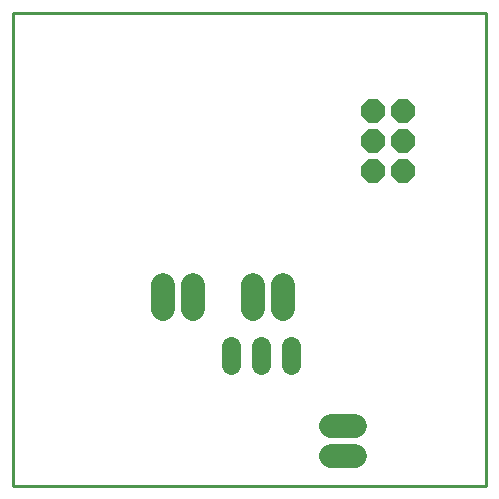
<source format=gbr>
G04 EAGLE Gerber RS-274X export*
G75*
%MOMM*%
%FSLAX34Y34*%
%LPD*%
%INBottom Copper*%
%IPPOS*%
%AMOC8*
5,1,8,0,0,1.08239X$1,22.5*%
G01*
G04 Define Apertures*
%ADD10P,2.1821X8X112.5*%
%ADD11C,2.016000*%
%ADD12C,1.600000*%
%ADD13C,0.254000*%
D10*
X304800Y266700D03*
X330200Y266700D03*
X304800Y292100D03*
X330200Y292100D03*
X304800Y317500D03*
X330200Y317500D03*
D11*
X203200Y170080D02*
X203200Y149920D01*
X228600Y149920D02*
X228600Y170080D01*
X127000Y170080D02*
X127000Y149920D01*
X152400Y149920D02*
X152400Y170080D01*
X269320Y50800D02*
X289480Y50800D01*
X289480Y25400D02*
X269320Y25400D01*
D12*
X235400Y102000D02*
X235400Y118000D01*
X210000Y118000D02*
X210000Y102000D01*
X184600Y102000D02*
X184600Y118000D01*
D13*
X0Y0D02*
X400000Y0D01*
X400000Y400000D01*
X0Y400000D01*
X0Y0D01*
M02*

</source>
